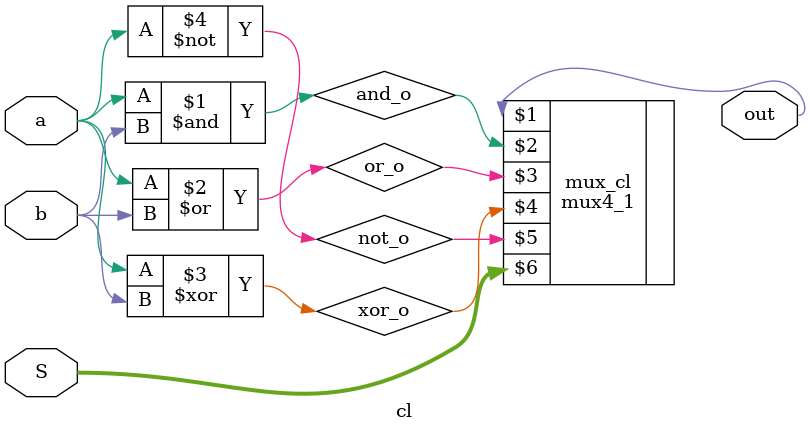
<source format=v>
module cl(output wire out, input wire a, b, input wire [1:0] S);

wire and_o, or_o, xor_o, not_o; 

and and1(and_o, a, b);
or or1(or_o, a, b);
xor xor1(xor_o, a, b);
not not1(not_o, a);

mux4_1 mux_cl(out, and_o, or_o, xor_o, not_o, S);

endmodule
</source>
